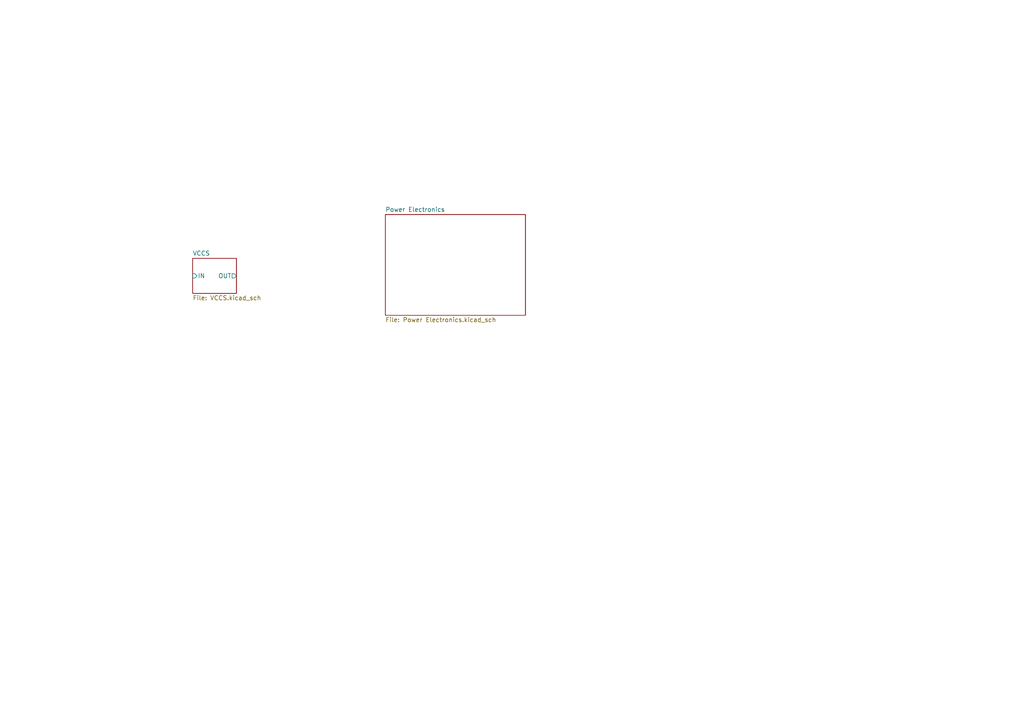
<source format=kicad_sch>
(kicad_sch
	(version 20250114)
	(generator "eeschema")
	(generator_version "9.0")
	(uuid "e2ffeae2-49c6-4754-9222-f3db087bc274")
	(paper "A4")
	(lib_symbols)
	(sheet
		(at 55.88 74.93)
		(size 12.7 10.16)
		(exclude_from_sim no)
		(in_bom yes)
		(on_board yes)
		(dnp no)
		(fields_autoplaced yes)
		(stroke
			(width 0.1524)
			(type solid)
		)
		(fill
			(color 0 0 0 0.0000)
		)
		(uuid "a9d08e76-a26d-4c11-a8cc-05f58efd0678")
		(property "Sheetname" "VCCS"
			(at 55.88 74.2184 0)
			(effects
				(font
					(size 1.27 1.27)
				)
				(justify left bottom)
			)
		)
		(property "Sheetfile" "VCCS.kicad_sch"
			(at 55.88 85.6746 0)
			(effects
				(font
					(size 1.27 1.27)
				)
				(justify left top)
			)
		)
		(pin "OUT" output
			(at 68.58 80.01 0)
			(uuid "5936d0f6-8f0f-4cff-b0f2-ae6daa4495be")
			(effects
				(font
					(size 1.27 1.27)
				)
				(justify right)
			)
		)
		(pin "IN" input
			(at 55.88 80.01 180)
			(uuid "e7be942c-fc38-4677-ad45-9922aac7de88")
			(effects
				(font
					(size 1.27 1.27)
				)
				(justify left)
			)
		)
		(instances
			(project "PDCL V1"
				(path "/e2ffeae2-49c6-4754-9222-f3db087bc274"
					(page "2")
				)
			)
		)
	)
	(sheet
		(at 111.76 62.23)
		(size 40.64 29.21)
		(exclude_from_sim no)
		(in_bom yes)
		(on_board no)
		(dnp no)
		(fields_autoplaced yes)
		(stroke
			(width 0.1524)
			(type solid)
		)
		(fill
			(color 0 0 0 0.0000)
		)
		(uuid "df681d10-39f8-4254-a096-579af95fad6c")
		(property "Sheetname" "Power Electronics"
			(at 111.76 61.5184 0)
			(effects
				(font
					(size 1.27 1.27)
				)
				(justify left bottom)
			)
		)
		(property "Sheetfile" "Power Electronics.kicad_sch"
			(at 111.76 92.0246 0)
			(effects
				(font
					(size 1.27 1.27)
				)
				(justify left top)
			)
		)
		(instances
			(project "PDCL V1"
				(path "/e2ffeae2-49c6-4754-9222-f3db087bc274"
					(page "3")
				)
			)
		)
	)
	(sheet_instances
		(path "/"
			(page "1")
		)
	)
	(embedded_fonts no)
)

</source>
